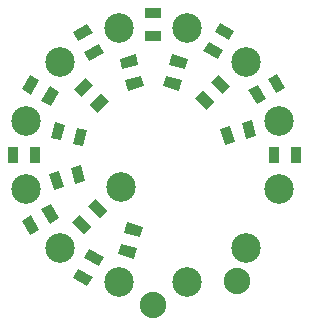
<source format=gbs>
G04 #@! TF.FileFunction,Soldermask,Bot*
%FSLAX46Y46*%
G04 Gerber Fmt 4.6, Leading zero omitted, Abs format (unit mm)*
G04 Created by KiCad (PCBNEW (2014-12-07 BZR 5316)-product) date 01/01/2015 14:19:40*
%MOMM*%
G01*
G04 APERTURE LIST*
%ADD10C,0.100000*%
%ADD11C,2.235200*%
%ADD12R,0.889000X1.397000*%
%ADD13R,1.397000X0.889000*%
%ADD14C,2.500000*%
G04 APERTURE END LIST*
D10*
D11*
X142240000Y-99060000D03*
X149352000Y-97028000D03*
D10*
G36*
X136685419Y-97444087D02*
X135475581Y-96745587D01*
X135920081Y-95975691D01*
X137129919Y-96674191D01*
X136685419Y-97444087D01*
X136685419Y-97444087D01*
G37*
G36*
X137637919Y-95794309D02*
X136428081Y-95095809D01*
X136872581Y-94325913D01*
X138082419Y-95024413D01*
X137637919Y-95794309D01*
X137637919Y-95794309D01*
G37*
G36*
X131854413Y-93124419D02*
X131155913Y-91914581D01*
X131925809Y-91470081D01*
X132624309Y-92679919D01*
X131854413Y-93124419D01*
X131854413Y-93124419D01*
G37*
G36*
X133504191Y-92171919D02*
X132805691Y-90962081D01*
X133575587Y-90517581D01*
X134274087Y-91727419D01*
X133504191Y-92171919D01*
X133504191Y-92171919D01*
G37*
D12*
X130365500Y-86360000D03*
X132270500Y-86360000D03*
D10*
G36*
X131155913Y-80805419D02*
X131854413Y-79595581D01*
X132624309Y-80040081D01*
X131925809Y-81249919D01*
X131155913Y-80805419D01*
X131155913Y-80805419D01*
G37*
G36*
X132805691Y-81757919D02*
X133504191Y-80548081D01*
X134274087Y-80992581D01*
X133575587Y-82202419D01*
X132805691Y-81757919D01*
X132805691Y-81757919D01*
G37*
G36*
X135475581Y-75974413D02*
X136685419Y-75275913D01*
X137129919Y-76045809D01*
X135920081Y-76744309D01*
X135475581Y-75974413D01*
X135475581Y-75974413D01*
G37*
G36*
X136428081Y-77624191D02*
X137637919Y-76925691D01*
X138082419Y-77695587D01*
X136872581Y-78394087D01*
X136428081Y-77624191D01*
X136428081Y-77624191D01*
G37*
D13*
X142240000Y-74358500D03*
X142240000Y-76263500D03*
D10*
G36*
X147921581Y-75148913D02*
X149131419Y-75847413D01*
X148686919Y-76617309D01*
X147477081Y-75918809D01*
X147921581Y-75148913D01*
X147921581Y-75148913D01*
G37*
G36*
X146969081Y-76798691D02*
X148178919Y-77497191D01*
X147734419Y-78267087D01*
X146524581Y-77568587D01*
X146969081Y-76798691D01*
X146969081Y-76798691D01*
G37*
G36*
X152752587Y-79468581D02*
X153451087Y-80678419D01*
X152681191Y-81122919D01*
X151982691Y-79913081D01*
X152752587Y-79468581D01*
X152752587Y-79468581D01*
G37*
G36*
X151102809Y-80421081D02*
X151801309Y-81630919D01*
X151031413Y-82075419D01*
X150332913Y-80865581D01*
X151102809Y-80421081D01*
X151102809Y-80421081D01*
G37*
D12*
X154368500Y-86360000D03*
X152463500Y-86360000D03*
D10*
G36*
X140648129Y-95129183D02*
X139298731Y-94767613D01*
X139528821Y-93908905D01*
X140878219Y-94270475D01*
X140648129Y-95129183D01*
X140648129Y-95129183D01*
G37*
G36*
X141141179Y-93289095D02*
X139791781Y-92927525D01*
X140021871Y-92068817D01*
X141371269Y-92430387D01*
X141141179Y-93289095D01*
X141141179Y-93289095D01*
G37*
G36*
X136412086Y-93048742D02*
X135424258Y-92060914D01*
X136052876Y-91432296D01*
X137040704Y-92420124D01*
X136412086Y-93048742D01*
X136412086Y-93048742D01*
G37*
G36*
X137759124Y-91701704D02*
X136771296Y-90713876D01*
X137399914Y-90085258D01*
X138387742Y-91073086D01*
X137759124Y-91701704D01*
X137759124Y-91701704D01*
G37*
G36*
X133832387Y-89301269D02*
X133470817Y-87951871D01*
X134329525Y-87721781D01*
X134691095Y-89071179D01*
X133832387Y-89301269D01*
X133832387Y-89301269D01*
G37*
G36*
X135672475Y-88808219D02*
X135310905Y-87458821D01*
X136169613Y-87228731D01*
X136531183Y-88578129D01*
X135672475Y-88808219D01*
X135672475Y-88808219D01*
G37*
G36*
X133597817Y-84895129D02*
X133959387Y-83545731D01*
X134818095Y-83775821D01*
X134456525Y-85125219D01*
X133597817Y-84895129D01*
X133597817Y-84895129D01*
G37*
G36*
X135437905Y-85388179D02*
X135799475Y-84038781D01*
X136658183Y-84268871D01*
X136296613Y-85618269D01*
X135437905Y-85388179D01*
X135437905Y-85388179D01*
G37*
G36*
X135551258Y-80786086D02*
X136539086Y-79798258D01*
X137167704Y-80426876D01*
X136179876Y-81414704D01*
X135551258Y-80786086D01*
X135551258Y-80786086D01*
G37*
G36*
X136898296Y-82133124D02*
X137886124Y-81145296D01*
X138514742Y-81773914D01*
X137526914Y-82761742D01*
X136898296Y-82133124D01*
X136898296Y-82133124D01*
G37*
G36*
X139425731Y-78206387D02*
X140775129Y-77844817D01*
X141005219Y-78703525D01*
X139655821Y-79065095D01*
X139425731Y-78206387D01*
X139425731Y-78206387D01*
G37*
G36*
X139918781Y-80046475D02*
X141268179Y-79684905D01*
X141498269Y-80543613D01*
X140148871Y-80905183D01*
X139918781Y-80046475D01*
X139918781Y-80046475D01*
G37*
G36*
X143831871Y-77844817D02*
X145181269Y-78206387D01*
X144951179Y-79065095D01*
X143601781Y-78703525D01*
X143831871Y-77844817D01*
X143831871Y-77844817D01*
G37*
G36*
X143338821Y-79684905D02*
X144688219Y-80046475D01*
X144458129Y-80905183D01*
X143108731Y-80543613D01*
X143338821Y-79684905D01*
X143338821Y-79684905D01*
G37*
G36*
X147813914Y-79544258D02*
X148801742Y-80532086D01*
X148173124Y-81160704D01*
X147185296Y-80172876D01*
X147813914Y-79544258D01*
X147813914Y-79544258D01*
G37*
G36*
X146466876Y-80891296D02*
X147454704Y-81879124D01*
X146826086Y-82507742D01*
X145838258Y-81519914D01*
X146466876Y-80891296D01*
X146466876Y-80891296D01*
G37*
G36*
X150647613Y-83418731D02*
X151009183Y-84768129D01*
X150150475Y-84998219D01*
X149788905Y-83648821D01*
X150647613Y-83418731D01*
X150647613Y-83418731D01*
G37*
G36*
X148807525Y-83911781D02*
X149169095Y-85261179D01*
X148310387Y-85491269D01*
X147948817Y-84141871D01*
X148807525Y-83911781D01*
X148807525Y-83911781D01*
G37*
D14*
X145112891Y-97081776D03*
X139367109Y-97081776D03*
X134391115Y-94208885D03*
X131518224Y-89232891D03*
X131518224Y-83487109D03*
X134391115Y-78511115D03*
X139367109Y-75638224D03*
X145112891Y-75638224D03*
X150088885Y-78511115D03*
X152961776Y-83487109D03*
X152961776Y-89232891D03*
X150088885Y-94208885D03*
X139530000Y-89060000D03*
M02*

</source>
